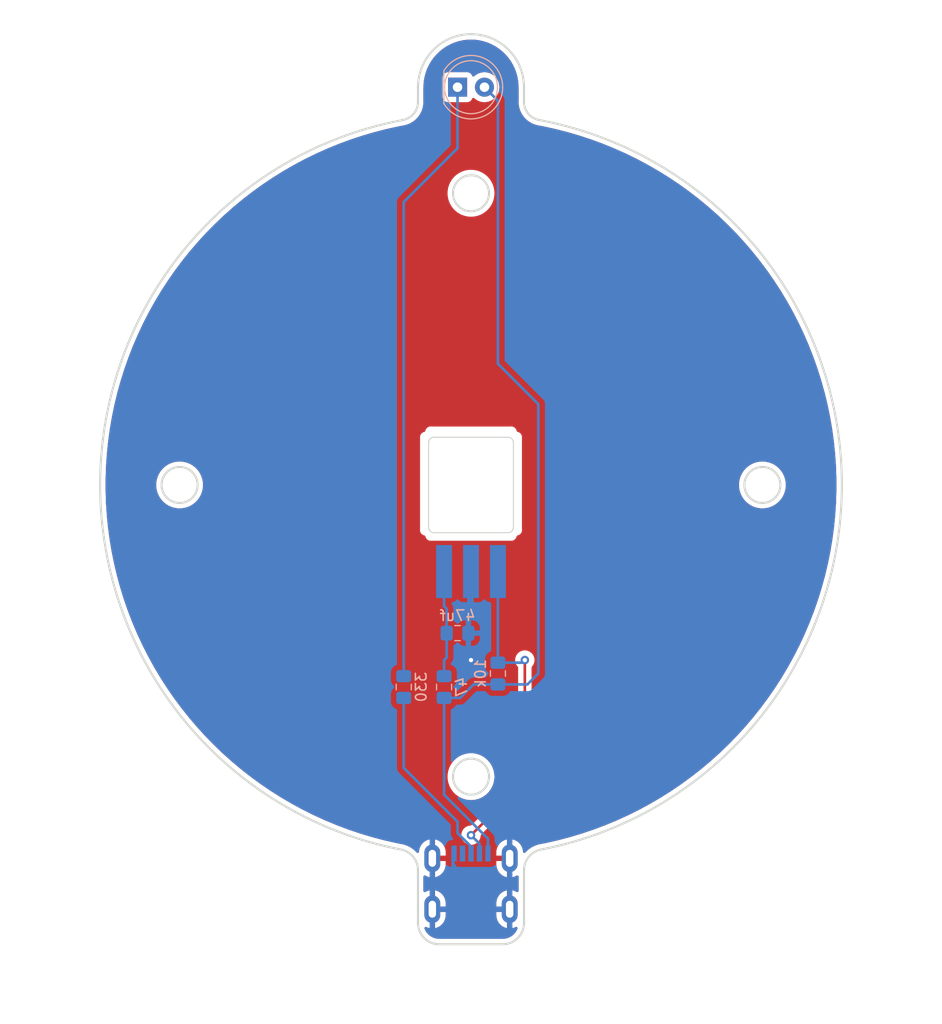
<source format=kicad_pcb>
(kicad_pcb (version 20201116) (generator pcbnew)
  (layers (0 "F.Cu" signal) (31 "B.Cu" signal) (34 "B.Paste" user) (35 "F.Paste" user) (36 "B.SilkS" user "B.Silkscreen") (37 "F.SilkS" user "F.Silkscreen") (38 "B.Mask" user) (39 "F.Mask" user) (44 "Edge.Cuts" user))
  (net 0 "")
  (net 1 "GND")
  (net 2 "Net-(C1-Pad1)")
  (net 3 "VCC")
  (net 4 "Net-(R3-Pad1)")
  (net 5 "LED")
  (net 6 "SIGNAL")
  (footprint "Library:ir_sensor" (layer "B.Cu") (at 0 0 180)
    (fp_text reference "U1" hide)
    (fp_text value "IR_HX1838")
    (pad "1" smd rect (at -2.54 -8.165 180) (size 1.5 5) (layers "B.Cu" "B.Paste" "B.Mask") (net 6 "SIGNAL"))
    (pad "2" smd rect (at 0 -8.165 180) (size 1.5 5) (layers "B.Cu" "B.Paste" "B.Mask") (net 1 "GND"))
    (pad "3" smd rect (at 2.54 -8.165 180) (size 1.5 5) (layers "B.Cu" "B.Paste" "B.Mask") (net 2 "Net-(C1-Pad1)"))
  )
  (footprint "Capacitor_SMD:C_0805_2012Metric_Pad1.15x1.40mm_HandSolder" (layer "B.Cu") (at -1.27 13.97)
    (fp_text reference "C1" hide)
    (fp_text value "47uf" (at 0 -1.65) (layer "B.SilkS") (effects (justify mirror)))
    (fp_line (start -0.261252 0.71) (end 0.261252 0.71) (layer "B.SilkS") (width 0.12))
    (fp_line (start -0.261252 -0.71) (end 0.261252 -0.71) (layer "B.SilkS") (width 0.12))
    (pad "1" smd roundrect (at -1.025 0) (size 1.15 1.4) (layers "B.Cu" "B.Paste" "B.Mask") (roundrect_rratio 0.217391) (net 2 "Net-(C1-Pad1)"))
    (pad "2" smd roundrect (at 1.025 0) (size 1.15 1.4) (layers "B.Cu" "B.Paste" "B.Mask") (roundrect_rratio 0.217391) (net 1 "GND"))
  )
  (footprint "LED_THT:LED_D5.0mm" (layer "B.Cu") (at -1.27 -37.5)
    (fp_text reference "D1" hide)
    (fp_text value "LED")
    (fp_line (start -1.29 1.545) (end -1.29 -1.545) (layer "B.SilkS") (width 0.12))
    (fp_arc (start 1.27 0) (end -1.29 -1.54483) (angle 148.9) (layer "B.SilkS") (width 0.12))
    (fp_arc (start 1.27 0) (end -1.29 1.54483) (angle -148.9) (layer "B.SilkS") (width 0.12))
    (fp_circle (center 1.27 0) (end 3.77 0) (layer "B.SilkS") (width 0.12) (fill none))
    (pad "1" thru_hole rect (at 0 0) (size 1.8 1.8) (drill 0.9) (layers *.Cu *.Mask) (net 4 "Net-(R3-Pad1)"))
    (pad "2" thru_hole circle (at 2.54 0) (size 1.8 1.8) (drill 0.9) (layers *.Cu *.Mask) (net 3 "VCC"))
  )
  (footprint "Library:U-M-M5DD-W-1" (layer "B.Cu") (at 0 40)
    (fp_text reference "J1")
    (fp_text value "USB_B_Mini" hide)
    (pad "1" smd rect (at 1.6 -5.25 180) (size 0.5 1.5) (layers "B.Cu" "B.Paste" "B.Mask") (net 3 "VCC"))
    (pad "2" smd rect (at 0.8 -5.25 180) (size 0.5 1.5) (layers "B.Cu" "B.Paste" "B.Mask") (net 6 "SIGNAL"))
    (pad "3" smd rect (at 0 -5.25 180) (size 0.5 1.5) (layers "B.Cu" "B.Paste" "B.Mask") (net 5 "LED"))
    (pad "4" smd rect (at -0.8 -5.25 180) (size 0.5 1.5) (layers "B.Cu" "B.Paste" "B.Mask"))
    (pad "5" smd rect (at -1.6 -5.25 180) (size 0.5 1.5) (layers "B.Cu" "B.Paste" "B.Mask") (net 1 "GND"))
    (pad "6" thru_hole oval (at 3.65 0 180) (size 1.5 2.6) (drill oval 0.7 1.6) (layers *.Cu *.Mask) (net 1 "GND"))
    (pad "6" thru_hole oval (at 3.65 -4.8 180) (size 1.5 2.6) (drill oval 0.7 1.6) (layers *.Cu *.Mask) (net 1 "GND"))
    (pad "6" thru_hole oval (at -3.65 -4.8 180) (size 1.5 2.6) (drill oval 0.7 1.6) (layers *.Cu *.Mask) (net 1 "GND"))
    (pad "6" thru_hole oval (at -3.65 0 180) (size 1.5 2.6) (drill oval 0.7 1.6) (layers *.Cu *.Mask) (net 1 "GND"))
  )
  (footprint "Resistor_SMD:R_0805_2012Metric_Pad1.15x1.40mm_HandSolder" (layer "B.Cu") (at -6.35 19.05 -90)
    (fp_text reference "R3" hide)
    (fp_text value "330" (at 0 -1.65 90) (layer "B.SilkS") (effects (justify mirror)))
    (fp_line (start -0.261252 -0.71) (end 0.261252 -0.71) (layer "B.SilkS") (width 0.12))
    (fp_line (start -0.261252 0.71) (end 0.261252 0.71) (layer "B.SilkS") (width 0.12))
    (pad "1" smd roundrect (at -1.025 0 270) (size 1.15 1.4) (layers "B.Cu" "B.Paste" "B.Mask") (roundrect_rratio 0.217391) (net 4 "Net-(R3-Pad1)"))
    (pad "2" smd roundrect (at 1.025 0 270) (size 1.15 1.4) (layers "B.Cu" "B.Paste" "B.Mask") (roundrect_rratio 0.217391) (net 5 "LED"))
  )
  (footprint "Resistor_SMD:R_0805_2012Metric_Pad1.15x1.40mm_HandSolder" (layer "B.Cu") (at -2.54 19.05 -90)
    (fp_text reference "R1" hide)
    (fp_text value "47" (at 0 -1.65 90) (layer "B.SilkS") (effects (justify mirror)))
    (fp_line (start -0.261252 0.71) (end 0.261252 0.71) (layer "B.SilkS") (width 0.12))
    (fp_line (start -0.261252 -0.71) (end 0.261252 -0.71) (layer "B.SilkS") (width 0.12))
    (pad "1" smd roundrect (at -1.025 0 270) (size 1.15 1.4) (layers "B.Cu" "B.Paste" "B.Mask") (roundrect_rratio 0.217391) (net 2 "Net-(C1-Pad1)"))
    (pad "2" smd roundrect (at 1.025 0 270) (size 1.15 1.4) (layers "B.Cu" "B.Paste" "B.Mask") (roundrect_rratio 0.217391) (net 3 "VCC"))
  )
  (footprint "Resistor_SMD:R_0805_2012Metric_Pad1.15x1.40mm_HandSolder" (layer "B.Cu") (at 2.54 17.78 90)
    (fp_text reference "R2" hide)
    (fp_text value "10k" (at 0 -1.65 90) (layer "B.SilkS") (effects (justify mirror)))
    (fp_line (start -0.261252 0.71) (end 0.261252 0.71) (layer "B.SilkS") (width 0.12))
    (fp_line (start -0.261252 -0.71) (end 0.261252 -0.71) (layer "B.SilkS") (width 0.12))
    (pad "1" smd roundrect (at -1.025 0 90) (size 1.15 1.4) (layers "B.Cu" "B.Paste" "B.Mask") (roundrect_rratio 0.217391) (net 3 "VCC"))
    (pad "2" smd roundrect (at 1.025 0 90) (size 1.15 1.4) (layers "B.Cu" "B.Paste" "B.Mask") (roundrect_rratio 0.217391) (net 6 "SIGNAL"))
  )
  (gr_circle (center 27.5 0) (end 29.2 0) (layer "Edge.Cuts") (width 0.2) (fill none))
  (gr_line (start -4 -4) (end -4 4) (layer "Edge.Cuts") (width 0.1))
  (gr_arc (start 0 0) (end 6.621621 34.367922) (angle -158.5107274) (layer "Edge.Cuts") (width 0.2))
  (gr_arc (start -6.999999 36.331804) (end -4.999999 36.331804) (angle -79.09453) (layer "Edge.Cuts") (width 0.2))
  (gr_line (start 5 -37.5) (end 5 -36.124783) (layer "Edge.Cuts") (width 0.2))
  (gr_line (start -3.5 4.5) (end 3.5 4.5) (layer "Edge.Cuts") (width 0.1))
  (gr_arc (start 3 41.30127) (end 3 43.30127) (angle -90) (layer "Edge.Cuts") (width 0.2))
  (gr_line (start 4 4) (end 4 -4) (layer "Edge.Cuts") (width 0.1))
  (gr_line (start 3.5 -4.5) (end -3.5 -4.5) (layer "Edge.Cuts") (width 0.1))
  (gr_arc (start -3.5 -4) (end -3.5 -4.5) (angle -90) (layer "Edge.Cuts") (width 0.1))
  (gr_circle (center 0 27.5) (end 1.7 27.5) (layer "Edge.Cuts") (width 0.2) (fill none))
  (gr_arc (start -3.5 4) (end -4 4) (angle -90) (layer "Edge.Cuts") (width 0.1))
  (gr_line (start 5 36.331804) (end 5 41.30127) (layer "Edge.Cuts") (width 0.2))
  (gr_arc (start 0 0) (end -6.428571 -34.404555) (angle -158.5107274) (layer "Edge.Cuts") (width 0.2))
  (gr_circle (center -27.5 0) (end -25.8 0) (layer "Edge.Cuts") (width 0.2) (fill none))
  (gr_arc (start 3.5 4) (end 3.5 4.5) (angle -90) (layer "Edge.Cuts") (width 0.1))
  (gr_arc (start 3.5 -4) (end 4 -4) (angle -90) (layer "Edge.Cuts") (width 0.1))
  (gr_line (start -5 -37.5) (end -5 -36.124783) (layer "Edge.Cuts") (width 0.2))
  (gr_arc (start 6.749999 -36.124783) (end 5 -36.124783) (angle -79.4161974) (layer "Edge.Cuts") (width 0.2))
  (gr_circle (center 0 -27.5) (end 1.7 -27.5) (layer "Edge.Cuts") (width 0.2) (fill none))
  (gr_line (start 3 43.30127) (end -3 43.30127) (layer "Edge.Cuts") (width 0.2))
  (gr_arc (start -6.749999 -36.124783) (end -6.428571 -34.404555) (angle -79.4161974) (layer "Edge.Cuts") (width 0.2))
  (gr_arc (start -3 41.30127) (end -5 41.30127) (angle -90) (layer "Edge.Cuts") (width 0.2))
  (gr_arc (start 0 -37.5) (end 5 -37.5) (angle -180) (layer "Edge.Cuts") (width 0.2))
  (gr_arc (start 6.999999 36.331804) (end 6.621621 34.367922) (angle -79.09453) (layer "Edge.Cuts") (width 0.2))
  (gr_line (start -5 41.30127) (end -4.999999 36.331804) (layer "Edge.Cuts") (width 0.2))
  (via (at 0 16.51) (size 0.8) (drill 0.4) (layers "F.Cu" "B.Cu") (net 1))
  (segment (start -0.245 8.285) (end 0 8.04) (width 0.25) (layer "B.Cu") (net 1))
  (segment (start -0.245 16.265) (end 0 16.51) (width 0.25) (layer "B.Cu") (net 1))
  (segment (start -0.245 13.97) (end -0.245 16.265) (width 0.25) (layer "B.Cu") (net 1))
  (segment (start -0.245 13.97) (end -0.245 8.285) (width 0.25) (layer "B.Cu") (net 1))
  (segment (start -2.54 8.04) (end -2.54 11.43) (width 0.25) (layer "B.Cu") (net 2))
  (segment (start -2.54 16.51) (end -2.54 18.025) (width 0.25) (layer "B.Cu") (net 2))
  (segment (start -2.295 11.675) (end -2.54 11.43) (width 0.25) (layer "B.Cu") (net 2))
  (segment (start -2.295 16.265) (end -2.54 16.51) (width 0.25) (layer "B.Cu") (net 2))
  (segment (start -2.295 13.97) (end -2.295 16.265) (width 0.25) (layer "B.Cu") (net 2))
  (segment (start -2.295 13.97) (end -2.295 11.675) (width 0.25) (layer "B.Cu") (net 2))
  (segment (start 5.325 18.805) (end 2.54 18.805) (width 0.25) (layer "B.Cu") (net 3))
  (segment (start 1.27 -37.5) (end 2.54 -36.23) (width 0.25) (layer "B.Cu") (net 3))
  (segment (start 6.35 17.78) (end 5.325 18.805) (width 0.25) (layer "B.Cu") (net 3))
  (segment (start 2.54 -11.43) (end 6.35 -7.62) (width 0.25) (layer "B.Cu") (net 3))
  (segment (start 1.6 33.35) (end 1.6 34.75) (width 0.25) (layer "B.Cu") (net 3))
  (segment (start -2.54 20.075) (end -2.54 29.21) (width 0.25) (layer "B.Cu") (net 3))
  (segment (start 6.35 -7.62) (end 6.35 17.78) (width 0.25) (layer "B.Cu") (net 3))
  (segment (start -1.025 20.075) (end -2.54 20.075) (width 0.25) (layer "B.Cu") (net 3))
  (segment (start 2.54 18.805) (end 0.245 18.805) (width 0.25) (layer "B.Cu") (net 3))
  (segment (start 0.245 18.805) (end -1.025 20.075) (width 0.25) (layer "B.Cu") (net 3))
  (segment (start -2.54 29.21) (end 1.6 33.35) (width 0.25) (layer "B.Cu") (net 3))
  (segment (start 2.54 -36.23) (end 2.54 -11.43) (width 0.25) (layer "B.Cu") (net 3))
  (segment (start -6.35 18.025) (end -6.35 -26.67) (width 0.25) (layer "B.Cu") (net 4))
  (segment (start -6.35 -26.67) (end -1.27 -31.75) (width 0.25) (layer "B.Cu") (net 4))
  (segment (start -1.27 -31.75) (end -1.27 -37.5) (width 0.25) (layer "B.Cu") (net 4))
  (segment (start -6.35 26.67) (end -1.27 31.75) (width 0.25) (layer "B.Cu") (net 5))
  (segment (start -1.27 32.820364) (end -1.27 31.75) (width 0.25) (layer "B.Cu") (net 5))
  (segment (start 0 34.75) (end 0 34.090364) (width 0.25) (layer "B.Cu") (net 5))
  (segment (start 0 34.090364) (end -1.27 32.820364) (width 0.25) (layer "B.Cu") (net 5))
  (segment (start -6.35 20.075) (end -6.35 26.67) (width 0.25) (layer "B.Cu") (net 5))
  (segment (start 2.54 30.48) (end 5.08 27.94) (width 0.25) (layer "F.Cu") (net 6))
  (segment (start 0 33.02) (end 2.54 30.48) (width 0.25) (layer "F.Cu") (net 6))
  (segment (start 5.08 16.51) (end 5.08 27.94) (width 0.25) (layer "F.Cu") (net 6))
  (via (at 0 33.02) (size 0.8) (drill 0.4) (layers "F.Cu" "B.Cu") (net 6))
  (via (at 5.08 16.51) (size 0.8) (drill 0.4) (layers "F.Cu" "B.Cu") (net 6))
  (segment (start 0.8 34.75) (end 0.8 33.82) (width 0.25) (layer "B.Cu") (net 6))
  (segment (start 2.54 16.755) (end 4.835 16.755) (width 0.25) (layer "B.Cu") (net 6))
  (segment (start 2.54 16.755) (end 2.54 8.04) (width 0.25) (layer "B.Cu") (net 6))
  (segment (start 0.8 33.82) (end 0 33.02) (width 0.25) (layer "B.Cu") (net 6))
  (segment (start 4.835 16.755) (end 5.08 16.51) (width 0.25) (layer "B.Cu") (net 6))
  (zone (net 1) (net_name "GND") (layers F&B.Cu) (connect_pads (clearance 0.508)) (min_thickness 0.254) (fill yes (thermal_gap 0.508) (thermal_bridge_width 0.508))
    (polygon (pts (xy 44.45 50.8) (xy -44.45 50.8) (xy -44.45 -45.72) (xy 44.45 -45.72)))
  )
)
</source>
